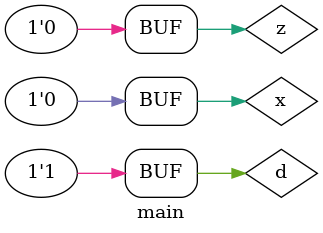
<source format=sv>
module main;
    reg z = 1'b0;
    reg d = 1'b1;

    wire x;
    and(x, d, z);


    initial begin
        #100; z = 1'bz;
        #100; d = 1'b1;
    end

    always @(*) $display("%0t \t %d", $time, x);

endmodule



</source>
